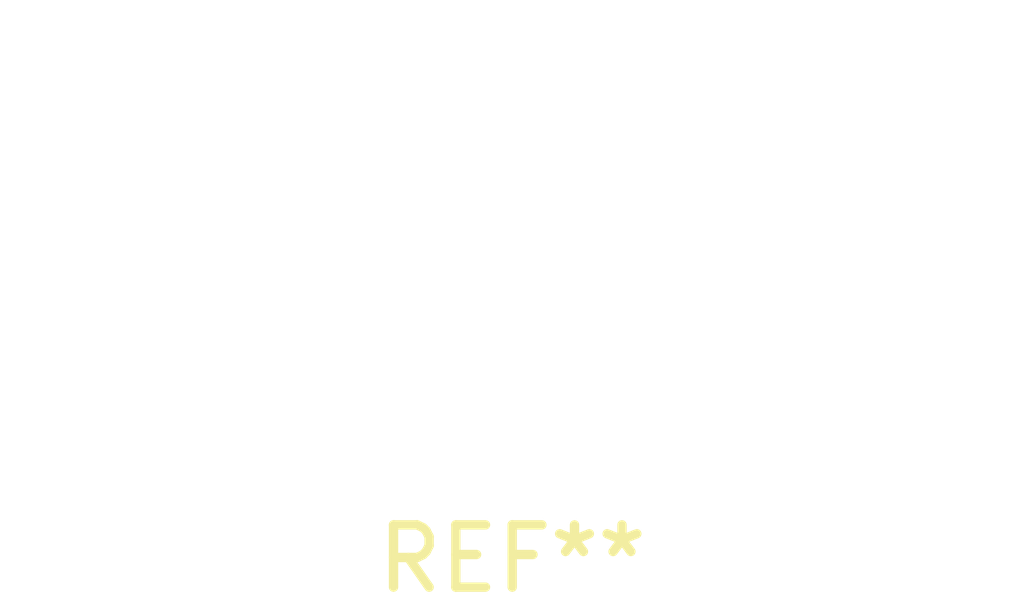
<source format=kicad_pcb>
(kicad_pcb (version 4) (host pcbnew 4.0.2+dfsg1-stable)

  (general
    (links 0)
    (no_connects 0)
    (area 0 0 0 0)
    (thickness 1.6)
    (drawings 0)
    (tracks 0)
    (zones 0)
    (modules 1)
    (nets 1)
  )

  (page A4)
  (layers
    (0 F.Cu signal)
    (31 B.Cu signal)
    (32 B.Adhes user)
    (33 F.Adhes user)
    (34 B.Paste user)
    (35 F.Paste user)
    (36 B.SilkS user)
    (37 F.SilkS user)
    (38 B.Mask user)
    (39 F.Mask user)
    (40 Dwgs.User user)
    (41 Cmts.User user)
    (42 Eco1.User user)
    (43 Eco2.User user)
    (44 Edge.Cuts user)
    (45 Margin user)
    (46 B.CrtYd user)
    (47 F.CrtYd user)
    (48 B.Fab user)
    (49 F.Fab user)
  )

  (setup
    (last_trace_width 0.25)
    (trace_clearance 0.2)
    (zone_clearance 0.508)
    (zone_45_only no)
    (trace_min 0.2)
    (segment_width 0.2)
    (edge_width 0.15)
    (via_size 0.6)
    (via_drill 0.4)
    (via_min_size 0.4)
    (via_min_drill 0.3)
    (uvia_size 0.3)
    (uvia_drill 0.1)
    (uvias_allowed no)
    (uvia_min_size 0.2)
    (uvia_min_drill 0.1)
    (pcb_text_width 0.3)
    (pcb_text_size 1.5 1.5)
    (mod_edge_width 0.15)
    (mod_text_size 1 1)
    (mod_text_width 0.15)
    (pad_size 1.524 1.524)
    (pad_drill 0.762)
    (pad_to_mask_clearance 0.2)
    (aux_axis_origin 0 0)
    (visible_elements FFFFFF7F)
    (pcbplotparams
      (layerselection 0x00030_80000001)
      (usegerberextensions false)
      (excludeedgelayer true)
      (linewidth 0.150000)
      (plotframeref false)
      (viasonmask false)
      (mode 1)
      (useauxorigin false)
      (hpglpennumber 1)
      (hpglpenspeed 20)
      (hpglpendiameter 15)
      (hpglpenoverlay 2)
      (psnegative false)
      (psa4output false)
      (plotreference true)
      (plotvalue true)
      (plotinvisibletext false)
      (padsonsilk false)
      (subtractmaskfromsilk false)
      (outputformat 1)
      (mirror false)
      (drillshape 1)
      (scaleselection 1)
      (outputdirectory ""))
  )

  (net 0 "")

  (net_class Default "This is the default net class."
    (clearance 0.2)
    (trace_width 0.25)
    (via_dia 0.6)
    (via_drill 0.4)
    (uvia_dia 0.3)
    (uvia_drill 0.1)
  )

  (module "A4988 Stepper Driver" (layer F.Cu) (tedit 5AA8C822) (tstamp 5AA8D912)
    (at 0 0)
    (fp_text reference REF** (at 0 0.5) (layer F.SilkS)
      (effects (font (size 1 1) (thickness 0.15)))
    )
    (fp_text value "A4988 Stepper Driver" (at 0 -7.62) (layer F.Fab)
      (effects (font (size 1 1) (thickness 0.15)))
    )
  )

)

</source>
